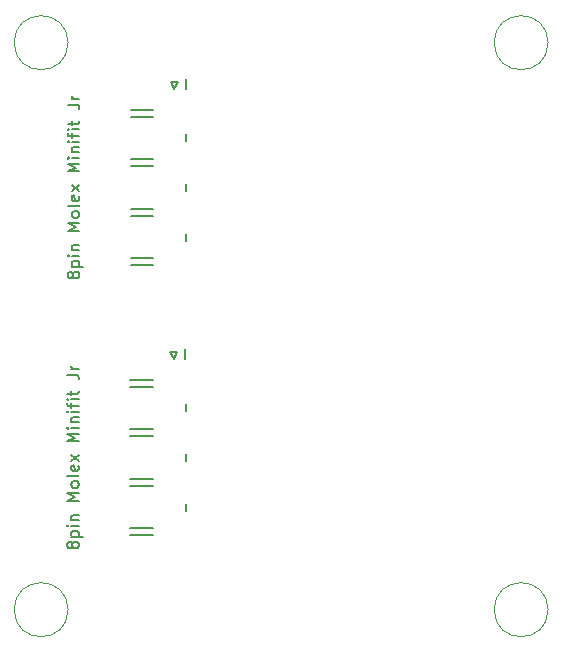
<source format=gto>
G04 #@! TF.FileFunction,Legend,Top*
%FSLAX46Y46*%
G04 Gerber Fmt 4.6, Leading zero omitted, Abs format (unit mm)*
G04 Created by KiCad (PCBNEW 4.0.7) date 03/10/18 19:58:14*
%MOMM*%
%LPD*%
G01*
G04 APERTURE LIST*
%ADD10C,0.100000*%
%ADD11C,0.120000*%
%ADD12C,0.150000*%
G04 APERTURE END LIST*
D10*
D11*
X144526000Y-108966000D02*
G75*
G03X144526000Y-108966000I-2286000J0D01*
G01*
X103886000Y-108966000D02*
G75*
G03X103886000Y-108966000I-2286000J0D01*
G01*
X103886000Y-60960000D02*
G75*
G03X103886000Y-60960000I-2286000J0D01*
G01*
D12*
X113841000Y-64920000D02*
X113841000Y-64070000D01*
X111091000Y-66620000D02*
X109191000Y-66620000D01*
X111091000Y-67220000D02*
X109191000Y-67220000D01*
X111091000Y-70820000D02*
X109191000Y-70820000D01*
X111091000Y-71420000D02*
X109191000Y-71420000D01*
X111091000Y-75020000D02*
X109191000Y-75020000D01*
X111091000Y-75620000D02*
X109191000Y-75620000D01*
X111091000Y-79220000D02*
X109191000Y-79220000D01*
X111091000Y-79820000D02*
X109191000Y-79820000D01*
X113891000Y-68720000D02*
X113891000Y-69320000D01*
X113891000Y-72920000D02*
X113891000Y-73520000D01*
X113891000Y-77120000D02*
X113891000Y-77720000D01*
X112891000Y-64920000D02*
X112591000Y-64320000D01*
X112591000Y-64320000D02*
X113191000Y-64320000D01*
X113191000Y-64320000D02*
X112891000Y-64920000D01*
X113791000Y-87780000D02*
X113791000Y-86930000D01*
X111041000Y-89480000D02*
X109141000Y-89480000D01*
X111041000Y-90080000D02*
X109141000Y-90080000D01*
X111041000Y-93680000D02*
X109141000Y-93680000D01*
X111041000Y-94280000D02*
X109141000Y-94280000D01*
X111041000Y-97880000D02*
X109141000Y-97880000D01*
X111041000Y-98480000D02*
X109141000Y-98480000D01*
X111041000Y-102080000D02*
X109141000Y-102080000D01*
X111041000Y-102680000D02*
X109141000Y-102680000D01*
X113841000Y-91580000D02*
X113841000Y-92180000D01*
X113841000Y-95780000D02*
X113841000Y-96380000D01*
X113841000Y-99980000D02*
X113841000Y-100580000D01*
X112841000Y-87780000D02*
X112541000Y-87180000D01*
X112541000Y-87180000D02*
X113141000Y-87180000D01*
X113141000Y-87180000D02*
X112841000Y-87780000D01*
D11*
X144526000Y-60960000D02*
G75*
G03X144526000Y-60960000I-2286000J0D01*
G01*
D12*
X104271952Y-80720001D02*
X104224333Y-80815239D01*
X104176714Y-80862858D01*
X104081476Y-80910477D01*
X104033857Y-80910477D01*
X103938619Y-80862858D01*
X103891000Y-80815239D01*
X103843381Y-80720001D01*
X103843381Y-80529524D01*
X103891000Y-80434286D01*
X103938619Y-80386667D01*
X104033857Y-80339048D01*
X104081476Y-80339048D01*
X104176714Y-80386667D01*
X104224333Y-80434286D01*
X104271952Y-80529524D01*
X104271952Y-80720001D01*
X104319571Y-80815239D01*
X104367190Y-80862858D01*
X104462429Y-80910477D01*
X104652905Y-80910477D01*
X104748143Y-80862858D01*
X104795762Y-80815239D01*
X104843381Y-80720001D01*
X104843381Y-80529524D01*
X104795762Y-80434286D01*
X104748143Y-80386667D01*
X104652905Y-80339048D01*
X104462429Y-80339048D01*
X104367190Y-80386667D01*
X104319571Y-80434286D01*
X104271952Y-80529524D01*
X104176714Y-79910477D02*
X105176714Y-79910477D01*
X104224333Y-79910477D02*
X104176714Y-79815239D01*
X104176714Y-79624762D01*
X104224333Y-79529524D01*
X104271952Y-79481905D01*
X104367190Y-79434286D01*
X104652905Y-79434286D01*
X104748143Y-79481905D01*
X104795762Y-79529524D01*
X104843381Y-79624762D01*
X104843381Y-79815239D01*
X104795762Y-79910477D01*
X104843381Y-79005715D02*
X104176714Y-79005715D01*
X103843381Y-79005715D02*
X103891000Y-79053334D01*
X103938619Y-79005715D01*
X103891000Y-78958096D01*
X103843381Y-79005715D01*
X103938619Y-79005715D01*
X104176714Y-78529525D02*
X104843381Y-78529525D01*
X104271952Y-78529525D02*
X104224333Y-78481906D01*
X104176714Y-78386668D01*
X104176714Y-78243810D01*
X104224333Y-78148572D01*
X104319571Y-78100953D01*
X104843381Y-78100953D01*
X104843381Y-76862858D02*
X103843381Y-76862858D01*
X104557667Y-76529524D01*
X103843381Y-76196191D01*
X104843381Y-76196191D01*
X104843381Y-75577144D02*
X104795762Y-75672382D01*
X104748143Y-75720001D01*
X104652905Y-75767620D01*
X104367190Y-75767620D01*
X104271952Y-75720001D01*
X104224333Y-75672382D01*
X104176714Y-75577144D01*
X104176714Y-75434286D01*
X104224333Y-75339048D01*
X104271952Y-75291429D01*
X104367190Y-75243810D01*
X104652905Y-75243810D01*
X104748143Y-75291429D01*
X104795762Y-75339048D01*
X104843381Y-75434286D01*
X104843381Y-75577144D01*
X104843381Y-74672382D02*
X104795762Y-74767620D01*
X104700524Y-74815239D01*
X103843381Y-74815239D01*
X104795762Y-73910476D02*
X104843381Y-74005714D01*
X104843381Y-74196191D01*
X104795762Y-74291429D01*
X104700524Y-74339048D01*
X104319571Y-74339048D01*
X104224333Y-74291429D01*
X104176714Y-74196191D01*
X104176714Y-74005714D01*
X104224333Y-73910476D01*
X104319571Y-73862857D01*
X104414810Y-73862857D01*
X104510048Y-74339048D01*
X104843381Y-73529524D02*
X104176714Y-73005714D01*
X104176714Y-73529524D02*
X104843381Y-73005714D01*
X104843381Y-71862857D02*
X103843381Y-71862857D01*
X104557667Y-71529523D01*
X103843381Y-71196190D01*
X104843381Y-71196190D01*
X104843381Y-70720000D02*
X104176714Y-70720000D01*
X103843381Y-70720000D02*
X103891000Y-70767619D01*
X103938619Y-70720000D01*
X103891000Y-70672381D01*
X103843381Y-70720000D01*
X103938619Y-70720000D01*
X104176714Y-70243810D02*
X104843381Y-70243810D01*
X104271952Y-70243810D02*
X104224333Y-70196191D01*
X104176714Y-70100953D01*
X104176714Y-69958095D01*
X104224333Y-69862857D01*
X104319571Y-69815238D01*
X104843381Y-69815238D01*
X104843381Y-69339048D02*
X104176714Y-69339048D01*
X103843381Y-69339048D02*
X103891000Y-69386667D01*
X103938619Y-69339048D01*
X103891000Y-69291429D01*
X103843381Y-69339048D01*
X103938619Y-69339048D01*
X104176714Y-69005715D02*
X104176714Y-68624763D01*
X104843381Y-68862858D02*
X103986238Y-68862858D01*
X103891000Y-68815239D01*
X103843381Y-68720001D01*
X103843381Y-68624763D01*
X104843381Y-68291429D02*
X104176714Y-68291429D01*
X103843381Y-68291429D02*
X103891000Y-68339048D01*
X103938619Y-68291429D01*
X103891000Y-68243810D01*
X103843381Y-68291429D01*
X103938619Y-68291429D01*
X104176714Y-67958096D02*
X104176714Y-67577144D01*
X103843381Y-67815239D02*
X104700524Y-67815239D01*
X104795762Y-67767620D01*
X104843381Y-67672382D01*
X104843381Y-67577144D01*
X103843381Y-66196190D02*
X104557667Y-66196190D01*
X104700524Y-66243810D01*
X104795762Y-66339048D01*
X104843381Y-66481905D01*
X104843381Y-66577143D01*
X104843381Y-65720000D02*
X104176714Y-65720000D01*
X104367190Y-65720000D02*
X104271952Y-65672381D01*
X104224333Y-65624762D01*
X104176714Y-65529524D01*
X104176714Y-65434285D01*
X104221952Y-103580001D02*
X104174333Y-103675239D01*
X104126714Y-103722858D01*
X104031476Y-103770477D01*
X103983857Y-103770477D01*
X103888619Y-103722858D01*
X103841000Y-103675239D01*
X103793381Y-103580001D01*
X103793381Y-103389524D01*
X103841000Y-103294286D01*
X103888619Y-103246667D01*
X103983857Y-103199048D01*
X104031476Y-103199048D01*
X104126714Y-103246667D01*
X104174333Y-103294286D01*
X104221952Y-103389524D01*
X104221952Y-103580001D01*
X104269571Y-103675239D01*
X104317190Y-103722858D01*
X104412429Y-103770477D01*
X104602905Y-103770477D01*
X104698143Y-103722858D01*
X104745762Y-103675239D01*
X104793381Y-103580001D01*
X104793381Y-103389524D01*
X104745762Y-103294286D01*
X104698143Y-103246667D01*
X104602905Y-103199048D01*
X104412429Y-103199048D01*
X104317190Y-103246667D01*
X104269571Y-103294286D01*
X104221952Y-103389524D01*
X104126714Y-102770477D02*
X105126714Y-102770477D01*
X104174333Y-102770477D02*
X104126714Y-102675239D01*
X104126714Y-102484762D01*
X104174333Y-102389524D01*
X104221952Y-102341905D01*
X104317190Y-102294286D01*
X104602905Y-102294286D01*
X104698143Y-102341905D01*
X104745762Y-102389524D01*
X104793381Y-102484762D01*
X104793381Y-102675239D01*
X104745762Y-102770477D01*
X104793381Y-101865715D02*
X104126714Y-101865715D01*
X103793381Y-101865715D02*
X103841000Y-101913334D01*
X103888619Y-101865715D01*
X103841000Y-101818096D01*
X103793381Y-101865715D01*
X103888619Y-101865715D01*
X104126714Y-101389525D02*
X104793381Y-101389525D01*
X104221952Y-101389525D02*
X104174333Y-101341906D01*
X104126714Y-101246668D01*
X104126714Y-101103810D01*
X104174333Y-101008572D01*
X104269571Y-100960953D01*
X104793381Y-100960953D01*
X104793381Y-99722858D02*
X103793381Y-99722858D01*
X104507667Y-99389524D01*
X103793381Y-99056191D01*
X104793381Y-99056191D01*
X104793381Y-98437144D02*
X104745762Y-98532382D01*
X104698143Y-98580001D01*
X104602905Y-98627620D01*
X104317190Y-98627620D01*
X104221952Y-98580001D01*
X104174333Y-98532382D01*
X104126714Y-98437144D01*
X104126714Y-98294286D01*
X104174333Y-98199048D01*
X104221952Y-98151429D01*
X104317190Y-98103810D01*
X104602905Y-98103810D01*
X104698143Y-98151429D01*
X104745762Y-98199048D01*
X104793381Y-98294286D01*
X104793381Y-98437144D01*
X104793381Y-97532382D02*
X104745762Y-97627620D01*
X104650524Y-97675239D01*
X103793381Y-97675239D01*
X104745762Y-96770476D02*
X104793381Y-96865714D01*
X104793381Y-97056191D01*
X104745762Y-97151429D01*
X104650524Y-97199048D01*
X104269571Y-97199048D01*
X104174333Y-97151429D01*
X104126714Y-97056191D01*
X104126714Y-96865714D01*
X104174333Y-96770476D01*
X104269571Y-96722857D01*
X104364810Y-96722857D01*
X104460048Y-97199048D01*
X104793381Y-96389524D02*
X104126714Y-95865714D01*
X104126714Y-96389524D02*
X104793381Y-95865714D01*
X104793381Y-94722857D02*
X103793381Y-94722857D01*
X104507667Y-94389523D01*
X103793381Y-94056190D01*
X104793381Y-94056190D01*
X104793381Y-93580000D02*
X104126714Y-93580000D01*
X103793381Y-93580000D02*
X103841000Y-93627619D01*
X103888619Y-93580000D01*
X103841000Y-93532381D01*
X103793381Y-93580000D01*
X103888619Y-93580000D01*
X104126714Y-93103810D02*
X104793381Y-93103810D01*
X104221952Y-93103810D02*
X104174333Y-93056191D01*
X104126714Y-92960953D01*
X104126714Y-92818095D01*
X104174333Y-92722857D01*
X104269571Y-92675238D01*
X104793381Y-92675238D01*
X104793381Y-92199048D02*
X104126714Y-92199048D01*
X103793381Y-92199048D02*
X103841000Y-92246667D01*
X103888619Y-92199048D01*
X103841000Y-92151429D01*
X103793381Y-92199048D01*
X103888619Y-92199048D01*
X104126714Y-91865715D02*
X104126714Y-91484763D01*
X104793381Y-91722858D02*
X103936238Y-91722858D01*
X103841000Y-91675239D01*
X103793381Y-91580001D01*
X103793381Y-91484763D01*
X104793381Y-91151429D02*
X104126714Y-91151429D01*
X103793381Y-91151429D02*
X103841000Y-91199048D01*
X103888619Y-91151429D01*
X103841000Y-91103810D01*
X103793381Y-91151429D01*
X103888619Y-91151429D01*
X104126714Y-90818096D02*
X104126714Y-90437144D01*
X103793381Y-90675239D02*
X104650524Y-90675239D01*
X104745762Y-90627620D01*
X104793381Y-90532382D01*
X104793381Y-90437144D01*
X103793381Y-89056190D02*
X104507667Y-89056190D01*
X104650524Y-89103810D01*
X104745762Y-89199048D01*
X104793381Y-89341905D01*
X104793381Y-89437143D01*
X104793381Y-88580000D02*
X104126714Y-88580000D01*
X104317190Y-88580000D02*
X104221952Y-88532381D01*
X104174333Y-88484762D01*
X104126714Y-88389524D01*
X104126714Y-88294285D01*
M02*

</source>
